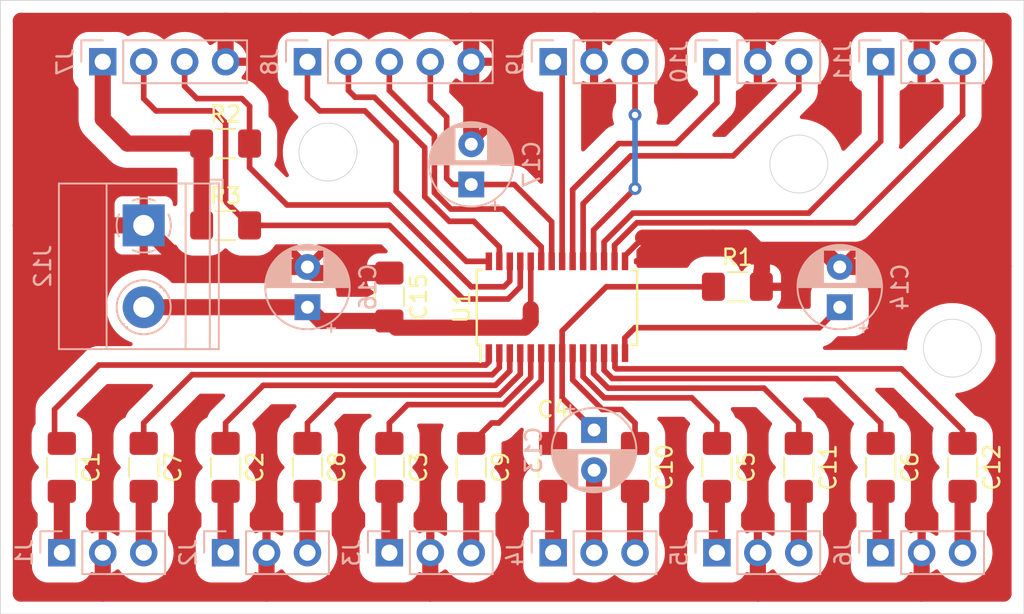
<source format=kicad_pcb>
(kicad_pcb (version 20221018) (generator pcbnew)
  (layers (0 "F.Cu" signal) (31 "B.Cu" signal) (34 "B.Paste" user) (35 "F.Paste" user) (36 "B.SilkS" user "B.Silkscreen") (37 "F.SilkS" user "F.Silkscreen") (38 "B.Mask" user) (39 "F.Mask" user) (44 "Edge.Cuts" user))
  (net 0 "")
  (net 1 "Net-(C1-Pad1)")
  (net 2 "Net-(C1-Pad2)")
  (net 3 "Net-(C2-Pad2)")
  (net 4 "Net-(C2-Pad1)")
  (net 5 "Net-(C3-Pad2)")
  (net 6 "Net-(C3-Pad1)")
  (net 7 "Net-(C4-Pad1)")
  (net 8 "Net-(C4-Pad2)")
  (net 9 "Net-(C5-Pad2)")
  (net 10 "Net-(C5-Pad1)")
  (net 11 "Net-(C6-Pad2)")
  (net 12 "Net-(C6-Pad1)")
  (net 13 "Net-(C7-Pad2)")
  (net 14 "Net-(C7-Pad1)")
  (net 15 "Net-(C8-Pad1)")
  (net 16 "Net-(C8-Pad2)")
  (net 17 "Net-(C9-Pad1)")
  (net 18 "Net-(C9-Pad2)")
  (net 19 "Net-(C10-Pad2)")
  (net 20 "Net-(C10-Pad1)")
  (net 21 "Net-(C11-Pad1)")
  (net 22 "Net-(C11-Pad2)")
  (net 23 "Net-(C12-Pad1)")
  (net 24 "Net-(C12-Pad2)")
  (net 25 "Net-(C13-Pad2)")
  (net 26 "Net-(C13-Pad1)")
  (net 27 "Net-(C14-Pad1)")
  (net 28 "GNDA")
  (net 29 "+9VA")
  (net 30 "Net-(C17-Pad1)")
  (net 31 "+5V")
  (net 32 "Net-(J7-Pad2)")
  (net 33 "Net-(J7-Pad3)")
  (net 34 "Net-(J8-Pad1)")
  (net 35 "Net-(J8-Pad2)")
  (net 36 "Net-(J8-Pad3)")
  (net 37 "Net-(J9-Pad1)")
  (net 38 "Net-(J9-Pad3)")
  (net 39 "Net-(J10-Pad3)")
  (net 40 "Net-(J10-Pad1)")
  (net 41 "Net-(J11-Pad3)")
  (net 42 "Net-(J11-Pad1)")
  (footprint "Capacitor_SMD:C_1206_3216Metric_Pad1.42x1.75mm_HandSolder" (layer "F.Cu") (at 43.18 103.9225 -90)
    (fp_text reference "C1" (at 0 -1.82 90) (layer "F.SilkS"))
    (fp_text value "0.22")
    (pad "1" smd roundrect (at -1.4875 0 270) (size 1.425 1.75) (layers "F.Cu" "F.Paste" "F.Mask") (roundrect_rratio 0.175439) (net 1 "Net-(C1-Pad1)"))
    (pad "2" smd roundrect (at 1.4875 0 270) (size 1.425 1.75) (layers "F.Cu" "F.Paste" "F.Mask") (roundrect_rratio 0.175439) (net 2 "Net-(C1-Pad2)"))
  )
  (footprint "Capacitor_SMD:C_1206_3216Metric_Pad1.42x1.75mm_HandSolder" (layer "F.Cu") (at 53.34 103.9225 -90)
    (fp_text reference "C2" (at 0 -1.82 90) (layer "F.SilkS"))
    (fp_text value "0.22")
    (pad "1" smd roundrect (at -1.4875 0 270) (size 1.425 1.75) (layers "F.Cu" "F.Paste" "F.Mask") (roundrect_rratio 0.175439) (net 4 "Net-(C2-Pad1)"))
    (pad "2" smd roundrect (at 1.4875 0 270) (size 1.425 1.75) (layers "F.Cu" "F.Paste" "F.Mask") (roundrect_rratio 0.175439) (net 3 "Net-(C2-Pad2)"))
  )
  (footprint "Capacitor_SMD:C_1206_3216Metric_Pad1.42x1.75mm_HandSolder" (layer "F.Cu") (at 63.5 103.9225 -90)
    (fp_text reference "C3" (at 0 -1.82 90) (layer "F.SilkS"))
    (fp_text value "0.22")
    (pad "1" smd roundrect (at -1.4875 0 270) (size 1.425 1.75) (layers "F.Cu" "F.Paste" "F.Mask") (roundrect_rratio 0.175439) (net 6 "Net-(C3-Pad1)"))
    (pad "2" smd roundrect (at 1.4875 0 270) (size 1.425 1.75) (layers "F.Cu" "F.Paste" "F.Mask") (roundrect_rratio 0.175439) (net 5 "Net-(C3-Pad2)"))
  )
  (footprint "Capacitor_SMD:C_1206_3216Metric_Pad1.42x1.75mm_HandSolder" (layer "F.Cu") (at 73.66 103.9225 -90)
    (fp_text reference "C4" (at -3.5925 0 180) (layer "F.SilkS"))
    (fp_text value "0.22")
    (pad "1" smd roundrect (at -1.4875 0 270) (size 1.425 1.75) (layers "F.Cu" "F.Paste" "F.Mask") (roundrect_rratio 0.175439) (net 7 "Net-(C4-Pad1)"))
    (pad "2" smd roundrect (at 1.4875 0 270) (size 1.425 1.75) (layers "F.Cu" "F.Paste" "F.Mask") (roundrect_rratio 0.175439) (net 8 "Net-(C4-Pad2)"))
  )
  (footprint "Capacitor_SMD:C_1206_3216Metric_Pad1.42x1.75mm_HandSolder" (layer "F.Cu") (at 83.82 103.9225 -90)
    (fp_text reference "C5" (at 0 -1.82 90) (layer "F.SilkS"))
    (fp_text value "0.22")
    (pad "1" smd roundrect (at -1.4875 0 270) (size 1.425 1.75) (layers "F.Cu" "F.Paste" "F.Mask") (roundrect_rratio 0.175439) (net 10 "Net-(C5-Pad1)"))
    (pad "2" smd roundrect (at 1.4875 0 270) (size 1.425 1.75) (layers "F.Cu" "F.Paste" "F.Mask") (roundrect_rratio 0.175439) (net 9 "Net-(C5-Pad2)"))
  )
  (footprint "Capacitor_SMD:C_1206_3216Metric_Pad1.42x1.75mm_HandSolder" (layer "F.Cu") (at 93.98 103.9225 -90)
    (fp_text reference "C6" (at 0 -1.82 90) (layer "F.SilkS"))
    (fp_text value "0.22")
    (pad "1" smd roundrect (at -1.4875 0 270) (size 1.425 1.75) (layers "F.Cu" "F.Paste" "F.Mask") (roundrect_rratio 0.175439) (net 12 "Net-(C6-Pad1)"))
    (pad "2" smd roundrect (at 1.4875 0 270) (size 1.425 1.75) (layers "F.Cu" "F.Paste" "F.Mask") (roundrect_rratio 0.175439) (net 11 "Net-(C6-Pad2)"))
  )
  (footprint "Capacitor_SMD:C_1206_3216Metric_Pad1.42x1.75mm_HandSolder" (layer "F.Cu") (at 48.26 103.9225 -90)
    (fp_text reference "C7" (at 0 -1.82 90) (layer "F.SilkS"))
    (fp_text value "0.22")
    (pad "1" smd roundrect (at -1.4875 0 270) (size 1.425 1.75) (layers "F.Cu" "F.Paste" "F.Mask") (roundrect_rratio 0.175439) (net 14 "Net-(C7-Pad1)"))
    (pad "2" smd roundrect (at 1.4875 0 270) (size 1.425 1.75) (layers "F.Cu" "F.Paste" "F.Mask") (roundrect_rratio 0.175439) (net 13 "Net-(C7-Pad2)"))
  )
  (footprint "Capacitor_SMD:C_1206_3216Metric_Pad1.42x1.75mm_HandSolder" (layer "F.Cu") (at 58.42 103.9225 -90)
    (fp_text reference "C8" (at 0 -1.82 90) (layer "F.SilkS"))
    (fp_text value "0.22")
    (pad "1" smd roundrect (at -1.4875 0 270) (size 1.425 1.75) (layers "F.Cu" "F.Paste" "F.Mask") (roundrect_rratio 0.175439) (net 15 "Net-(C8-Pad1)"))
    (pad "2" smd roundrect (at 1.4875 0 270) (size 1.425 1.75) (layers "F.Cu" "F.Paste" "F.Mask") (roundrect_rratio 0.175439) (net 16 "Net-(C8-Pad2)"))
  )
  (footprint "Capacitor_SMD:C_1206_3216Metric_Pad1.42x1.75mm_HandSolder" (layer "F.Cu") (at 68.58 103.9225 -90)
    (fp_text reference "C9" (at 0 -1.82 90) (layer "F.SilkS"))
    (fp_text value "0.22")
    (pad "1" smd roundrect (at -1.4875 0 270) (size 1.425 1.75) (layers "F.Cu" "F.Paste" "F.Mask") (roundrect_rratio 0.175439) (net 17 "Net-(C9-Pad1)"))
    (pad "2" smd roundrect (at 1.4875 0 270) (size 1.425 1.75) (layers "F.Cu" "F.Paste" "F.Mask") (roundrect_rratio 0.175439) (net 18 "Net-(C9-Pad2)"))
  )
  (footprint "Capacitor_SMD:C_1206_3216Metric_Pad1.42x1.75mm_HandSolder" (layer "F.Cu") (at 78.74 103.9225 -90)
    (fp_text reference "C10" (at 0 -1.82 90) (layer "F.SilkS"))
    (fp_text value "0.22")
    (pad "1" smd roundrect (at -1.4875 0 270) (size 1.425 1.75) (layers "F.Cu" "F.Paste" "F.Mask") (roundrect_rratio 0.175439) (net 20 "Net-(C10-Pad1)"))
    (pad "2" smd roundrect (at 1.4875 0 270) (size 1.425 1.75) (layers "F.Cu" "F.Paste" "F.Mask") (roundrect_rratio 0.175439) (net 19 "Net-(C10-Pad2)"))
  )
  (footprint "Capacitor_SMD:C_1206_3216Metric_Pad1.42x1.75mm_HandSolder" (layer "F.Cu") (at 88.9 103.9225 -90)
    (fp_text reference "C11" (at 0 -1.82 90) (layer "F.SilkS"))
    (fp_text value "0.22")
    (pad "1" smd roundrect (at -1.4875 0 270) (size 1.425 1.75) (layers "F.Cu" "F.Paste" "F.Mask") (roundrect_rratio 0.175439) (net 21 "Net-(C11-Pad1)"))
    (pad "2" smd roundrect (at 1.4875 0 270) (size 1.425 1.75) (layers "F.Cu" "F.Paste" "F.Mask") (roundrect_rratio 0.175439) (net 22 "Net-(C11-Pad2)"))
  )
  (footprint "Capacitor_SMD:C_1206_3216Metric_Pad1.42x1.75mm_HandSolder" (layer "F.Cu") (at 99.06 103.9225 -90)
    (fp_text reference "C12" (at 0 -1.82 90) (layer "F.SilkS"))
    (fp_text value "0.22")
    (pad "1" smd roundrect (at -1.4875 0 270) (size 1.425 1.75) (layers "F.Cu" "F.Paste" "F.Mask") (roundrect_rratio 0.175439) (net 23 "Net-(C12-Pad1)"))
    (pad "2" smd roundrect (at 1.4875 0 270) (size 1.425 1.75) (layers "F.Cu" "F.Paste" "F.Mask") (roundrect_rratio 0.175439) (net 24 "Net-(C12-Pad2)"))
  )
  (footprint "Capacitor_SMD:C_1206_3216Metric_Pad1.42x1.75mm_HandSolder" (layer "F.Cu") (at 63.5 93.345 -90)
    (fp_text reference "C15" (at 0 -1.82 90) (layer "F.SilkS"))
    (fp_text value "0.22")
    (pad "1" smd roundrect (at -1.4875 0 270) (size 1.425 1.75) (layers "F.Cu" "F.Paste" "F.Mask") (roundrect_rratio 0.175439) (net 28 "GNDA"))
    (pad "2" smd roundrect (at 1.4875 0 270) (size 1.425 1.75) (layers "F.Cu" "F.Paste" "F.Mask") (roundrect_rratio 0.175439) (net 29 "+9VA"))
  )
  (footprint "Resistor_SMD:R_1206_3216Metric_Pad1.42x1.75mm_HandSolder" (layer "F.Cu") (at 85.09 92.71)
    (fp_text reference "R1" (at 0 -1.82 180) (layer "F.SilkS"))
    (fp_text value "0")
    (pad "1" smd roundrect (at -1.4875 0) (size 1.425 1.75) (layers "F.Cu" "F.Paste" "F.Mask") (roundrect_rratio 0.175439) (net 26 "Net-(C13-Pad1)"))
    (pad "2" smd roundrect (at 1.4875 0) (size 1.425 1.75) (layers "F.Cu" "F.Paste" "F.Mask") (roundrect_rratio 0.175439) (net 28 "GNDA"))
  )
  (footprint "Resistor_SMD:R_1206_3216Metric_Pad1.42x1.75mm_HandSolder" (layer "F.Cu") (at 53.34 83.82)
    (fp_text reference "R2" (at 0 -1.82) (layer "F.SilkS"))
    (fp_text value "R")
    (pad "1" smd roundrect (at -1.4875 0) (size 1.425 1.75) (layers "F.Cu" "F.Paste" "F.Mask") (roundrect_rratio 0.175439) (net 31 "+5V"))
    (pad "2" smd roundrect (at 1.4875 0) (size 1.425 1.75) (layers "F.Cu" "F.Paste" "F.Mask") (roundrect_rratio 0.175439) (net 33 "Net-(J7-Pad3)"))
  )
  (footprint "Resistor_SMD:R_1206_3216Metric_Pad1.42x1.75mm_HandSolder" (layer "F.Cu") (at 53.34 88.9)
    (fp_text reference "R3" (at 0 -1.82) (layer "F.SilkS"))
    (fp_text value "R")
    (pad "1" smd roundrect (at -1.4875 0) (size 1.425 1.75) (layers "F.Cu" "F.Paste" "F.Mask") (roundrect_rratio 0.175439) (net 31 "+5V"))
    (pad "2" smd roundrect (at 1.4875 0) (size 1.425 1.75) (layers "F.Cu" "F.Paste" "F.Mask") (roundrect_rratio 0.175439) (net 32 "Net-(J7-Pad2)"))
  )
  (footprint "Package_SO:TSSOP-28_4.4x9.7mm_P0.65mm" (layer "F.Cu") (at 73.895 93.98 90)
    (fp_text reference "U1" (at 0 -5.9 90) (layer "F.SilkS"))
    (fp_text value "TDA7719")
    (pad "1" smd rect (at -2.85 -4.225 90) (size 1.1 0.4) (layers "F.Cu" "F.Paste" "F.Mask") (net 1 "Net-(C1-Pad1)"))
    (pad "2" smd rect (at -2.85 -3.575 90) (size 1.1 0.4) (layers "F.Cu" "F.Paste" "F.Mask") (net 14 "Net-(C7-Pad1)"))
    (pad "3" smd rect (at -2.85 -2.925 90) (size 1.1 0.4) (layers "F.Cu" "F.Paste" "F.Mask") (net 4 "Net-(C2-Pad1)"))
    (pad "4" smd rect (at -2.85 -2.275 90) (size 1.1 0.4) (layers "F.Cu" "F.Paste" "F.Mask") (net 15 "Net-(C8-Pad1)"))
    (pad "5" smd rect (at -2.85 -1.625 90) (size 1.1 0.4) (layers "F.Cu" "F.Paste" "F.Mask") (net 6 "Net-(C3-Pad1)"))
    (pad "6" smd rect (at -2.85 -0.975 90) (size 1.1 0.4) (layers "F.Cu" "F.Paste" "F.Mask") (net 17 "Net-(C9-Pad1)"))
    (pad "7" smd rect (at -2.85 -0.325 90) (size 1.1 0.4) (layers "F.Cu" "F.Paste" "F.Mask") (net 7 "Net-(C4-Pad1)"))
    (pad "8" smd rect (at -2.85 0.325 90) (size 1.1 0.4) (layers "F.Cu" "F.Paste" "F.Mask") (net 26 "Net-(C13-Pad1)"))
    (pad "9" smd rect (at -2.85 0.975 90) (size 1.1 0.4) (layers "F.Cu" "F.Paste" "F.Mask") (net 20 "Net-(C10-Pad1)"))
    (pad "10" smd rect (at -2.85 1.625 90) (size 1.1 0.4) (layers "F.Cu" "F.Paste" "F.Mask") (net 10 "Net-(C5-Pad1)"))
    (pad "11" smd rect (at -2.85 2.275 90) (size 1.1 0.4) (layers "F.Cu" "F.Paste" "F.Mask") (net 21 "Net-(C11-Pad1)"))
    (pad "12" smd rect (at -2.85 2.925 90) (size 1.1 0.4) (layers "F.Cu" "F.Paste" "F.Mask") (net 12 "Net-(C6-Pad1)"))
    (pad "13" smd rect (at -2.85 3.575 90) (size 1.1 0.4) (layers "F.Cu" "F.Paste" "F.Mask") (net 23 "Net-(C12-Pad1)"))
    (pad "14" smd rect (at -2.85 4.225 90) (size 1.1 0.4) (layers "F.Cu" "F.Paste" "F.Mask") (net 27 "Net-(C14-Pad1)"))
    (pad "15" smd rect (at 2.85 4.225 90) (size 1.1 0.4) (layers "F.Cu" "F.Paste" "F.Mask") (net 28 "GNDA"))
    (pad "16" smd rect (at 2.85 3.575 90) (size 1.1 0.4) (layers "F.Cu" "F.Paste" "F.Mask") (net 41 "Net-(J11-Pad3)"))
    (pad "17" smd rect (at 2.85 2.925 90) (size 1.1 0.4) (layers "F.Cu" "F.Paste" "F.Mask") (net 42 "Net-(J11-Pad1)"))
    (pad "18" smd rect (at 2.85 2.275 90) (size 1.1 0.4) (layers "F.Cu" "F.Paste" "F.Mask") (net 38 "Net-(J9-Pad3)"))
    (pad "19" smd rect (at 2.85 1.625 90) (size 1.1 0.4) (layers "F.Cu" "F.Paste" "F.Mask") (net 39 "Net-(J10-Pad3)"))
    (pad "20" smd rect (at 2.85 0.975 90) (size 1.1 0.4) (layers "F.Cu" "F.Paste" "F.Mask") (net 40 "Net-(J10-Pad1)"))
    (pad "21" smd rect (at 2.85 0.325 90) (size 1.1 0.4) (layers "F.Cu" "F.Paste" "F.Mask") (net 37 "Net-(J9-Pad1)"))
    (pad "22" smd rect (at 2.85 -0.325 90) (size 1.1 0.4) (layers "F.Cu" "F.Paste" "F.Mask") (net 30 "Net-(C17-Pad1)"))
    (pad "23" smd rect (at 2.85 -0.975 90) (size 1.1 0.4) (layers "F.Cu" "F.Paste" "F.Mask") (net 36 "Net-(J8-Pad3)"))
    (pad "24" smd rect (at 2.85 -1.625 90) (size 1.1 0.4) (layers "F.Cu" "F.Paste" "F.Mask") (net 29 "+9VA"))
    (pad "25" smd rect (at 2.85 -2.275 90) (size 1.1 0.4) (layers "F.Cu" "F.Paste" "F.Mask") (net 32 "Net-(J7-Pad2)"))
    (pad "26" smd rect (at 2.85 -2.925 90) (size 1.1 0.4) (layers "F.Cu" "F.Paste" "F.Mask") (net 33 "Net-(J7-Pad3)"))
    (pad "27" smd rect (at 2.85 -3.575 90) (size 1.1 0.4) (layers "F.Cu" "F.Paste" "F.Mask") (net 35 "Net-(J8-Pad2)"))
    (pad "28" smd rect (at 2.85 -4.225 90) (size 1.1 0.4) (layers "F.Cu" "F.Paste" "F.Mask") (net 34 "Net-(J8-Pad1)"))
  )
  (footprint "Capacitor_THT:CP_Radial_D5.0mm_P2.50mm" (layer "B.Cu") (at 76.2 101.6 -90)
    (fp_text reference "C13" (at 1.25 3.75 90) (layer "B.SilkS") (effects (justify mirror)))
    (fp_text value "22.0")
    (pad "1" thru_hole rect (at 0 0 270) (size 1.6 1.6) (drill 0.8) (layers "*.Cu" "*.Mask") (net 26 "Net-(C13-Pad1)"))
    (pad "2" thru_hole circle (at 2.5 0 270) (size 1.6 1.6) (drill 0.8) (layers "*.Cu" "*.Mask") (net 25 "Net-(C13-Pad2)"))
  )
  (footprint "Capacitor_THT:CP_Radial_D5.0mm_P2.50mm" (layer "B.Cu") (at 91.44 93.98 90)
    (fp_text reference "C14" (at 1.25 3.75 90) (layer "B.SilkS") (effects (justify mirror)))
    (fp_text value "10.0")
    (pad "1" thru_hole rect (at 0 0 90) (size 1.6 1.6) (drill 0.8) (layers "*.Cu" "*.Mask") (net 27 "Net-(C14-Pad1)"))
    (pad "2" thru_hole circle (at 2.5 0 90) (size 1.6 1.6) (drill 0.8) (layers "*.Cu" "*.Mask") (net 28 "GNDA"))
  )
  (footprint "Capacitor_THT:CP_Radial_D5.0mm_P2.50mm" (layer "B.Cu") (at 58.42 93.98 90)
    (fp_text reference "C16" (at 1.25 3.75 90) (layer "B.SilkS") (effects (justify mirror)))
    (fp_text value "47.0")
    (pad "1" thru_hole rect (at 0 0 90) (size 1.6 1.6) (drill 0.8) (layers "*.Cu" "*.Mask") (net 29 "+9VA"))
    (pad "2" thru_hole circle (at 2.5 0 90) (size 1.6 1.6) (drill 0.8) (layers "*.Cu" "*.Mask") (net 28 "GNDA"))
  )
  (footprint "Capacitor_THT:CP_Radial_D5.0mm_P2.50mm" (layer "B.Cu") (at 68.58 86.36 90)
    (fp_text reference "C17" (at 1.25 3.75 90) (layer "B.SilkS") (effects (justify mirror)))
    (fp_text value "10.0")
    (pad "1" thru_hole rect (at 0 0 90) (size 1.6 1.6) (drill 0.8) (layers "*.Cu" "*.Mask") (net 30 "Net-(C17-Pad1)"))
    (pad "2" thru_hole circle (at 2.5 0 90) (size 1.6 1.6) (drill 0.8) (layers "*.Cu" "*.Mask") (net 28 "GNDA"))
  )
  (footprint "Connector_PinHeader_2.54mm:PinHeader_1x03_P2.54mm_Vertical" (layer "B.Cu") (at 43.18 109.22 -90)
    (fp_text reference "J1" (at 0 2.33 90) (layer "B.SilkS") (effects (justify mirror)))
    (fp_text value "IN0")
    (pad "1" thru_hole rect (at 0 0 270) (size 1.7 1.7) (drill 1) (layers "*.Cu" "*.Mask") (net 2 "Net-(C1-Pad2)"))
    (pad "2" thru_hole oval (at 0 -2.54 270) (size 1.7 1.7) (drill 1) (layers "*.Cu" "*.Mask") (net 28 "GNDA"))
    (pad "3" thru_hole oval (at 0 -5.08 270) (size 1.7 1.7) (drill 1) (layers "*.Cu" "*.Mask") (net 13 "Net-(C7-Pad2)"))
  )
  (footprint "Connector_PinHeader_2.54mm:PinHeader_1x03_P2.54mm_Vertical" (layer "B.Cu") (at 53.34 109.22 -90)
    (fp_text reference "J2" (at 0 2.33 90) (layer "B.SilkS") (effects (justify mirror)))
    (fp_text value "IN4")
    (pad "1" thru_hole rect (at 0 0 270) (size 1.7 1.7) (drill 1) (layers "*.Cu" "*.Mask") (net 3 "Net-(C2-Pad2)"))
    (pad "2" thru_hole oval (at 0 -2.54 270) (size 1.7 1.7) (drill 1) (layers "*.Cu" "*.Mask") (net 28 "GNDA"))
    (pad "3" thru_hole oval (at 0 -5.08 270) (size 1.7 1.7) (drill 1) (layers "*.Cu" "*.Mask") (net 16 "Net-(C8-Pad2)"))
  )
  (footprint "Connector_PinHeader_2.54mm:PinHeader_1x03_P2.54mm_Vertical" (layer "B.Cu") (at 63.5 109.22 -90)
    (fp_text reference "J3" (at 0 2.33 90) (layer "B.SilkS") (effects (justify mirror)))
    (fp_text value "IN1")
    (pad "1" thru_hole rect (at 0 0 270) (size 1.7 1.7) (drill 1) (layers "*.Cu" "*.Mask") (net 5 "Net-(C3-Pad2)"))
    (pad "2" thru_hole oval (at 0 -2.54 270) (size 1.7 1.7) (drill 1) (layers "*.Cu" "*.Mask") (net 28 "GNDA"))
    (pad "3" thru_hole oval (at 0 -5.08 270) (size 1.7 1.7) (drill 1) (layers "*.Cu" "*.Mask") (net 18 "Net-(C9-Pad2)"))
  )
  (footprint "Connector_PinHeader_2.54mm:PinHeader_1x03_P2.54mm_Vertical" (layer "B.Cu") (at 73.66 109.22 -90)
    (fp_text reference "J4" (at 0 2.33 90) (layer "B.SilkS") (effects (justify mirror)))
    (fp_text value "IN2")
    (pad "1" thru_hole rect (at 0 0 270) (size 1.7 1.7) (drill 1) (layers "*.Cu" "*.Mask") (net 8 "Net-(C4-Pad2)"))
    (pad "2" thru_hole oval (at 0 -2.54 270) (size 1.7 1.7) (drill 1) (layers "*.Cu" "*.Mask") (net 25 "Net-(C13-Pad2)"))
    (pad "3" thru_hole oval (at 0 -5.08 270) (size 1.7 1.7) (drill 1) (layers "*.Cu" "*.Mask") (net 19 "Net-(C10-Pad2)"))
  )
  (footprint "Connector_PinHeader_2.54mm:PinHeader_1x03_P2.54mm_Vertical" (layer "B.Cu") (at 83.82 109.22 -90)
    (fp_text reference "J5" (at 0 2.33 90) (layer "B.SilkS") (effects (justify mirror)))
    (fp_text value "IN5")
    (pad "1" thru_hole rect (at 0 0 270) (size 1.7 1.7) (drill 1) (layers "*.Cu" "*.Mask") (net 9 "Net-(C5-Pad2)"))
    (pad "2" thru_hole oval (at 0 -2.54 270) (size 1.7 1.7) (drill 1) (layers "*.Cu" "*.Mask") (net 28 "GNDA"))
    (pad "3" thru_hole oval (at 0 -5.08 270) (size 1.7 1.7) (drill 1) (layers "*.Cu" "*.Mask") (net 22 "Net-(C11-Pad2)"))
  )
  (footprint "Connector_PinHeader_2.54mm:PinHeader_1x03_P2.54mm_Vertical" (layer "B.Cu") (at 93.98 109.22 -90)
    (fp_text reference "J6" (at 0 2.33 90) (layer "B.SilkS") (effects (justify mirror)))
    (fp_text value "IN6")
    (pad "1" thru_hole rect (at 0 0 270) (size 1.7 1.7) (drill 1) (layers "*.Cu" "*.Mask") (net 11 "Net-(C6-Pad2)"))
    (pad "2" thru_hole oval (at 0 -2.54 270) (size 1.7 1.7) (drill 1) (layers "*.Cu" "*.Mask") (net 28 "GNDA"))
    (pad "3" thru_hole oval (at 0 -5.08 270) (size 1.7 1.7) (drill 1) (layers "*.Cu" "*.Mask") (net 24 "Net-(C12-Pad2)"))
  )
  (footprint "Connector_PinHeader_2.54mm:PinHeader_1x04_P2.54mm_Vertical" (layer "B.Cu") (at 45.72 78.74 -90)
    (fp_text reference "J7" (at 0 2.33 90) (layer "B.SilkS") (effects (justify mirror)))
    (fp_text value "I2C")
    (pad "1" thru_hole rect (at 0 0 270) (size 1.7 1.7) (drill 1) (layers "*.Cu" "*.Mask") (net 31 "+5V"))
    (pad "2" thru_hole oval (at 0 -2.54 270) (size 1.7 1.7) (drill 1) (layers "*.Cu" "*.Mask") (net 32 "Net-(J7-Pad2)"))
    (pad "3" thru_hole oval (at 0 -5.08 270) (size 1.7 1.7) (drill 1) (layers "*.Cu" "*.Mask") (net 33 "Net-(J7-Pad3)"))
    (pad "4" thru_hole oval (at 0 -7.62 270) (size 1.7 1.7) (drill 1) (layers "*.Cu" "*.Mask") (net 28 "GNDA"))
  )
  (footprint "Connector_PinHeader_2.54mm:PinHeader_1x05_P2.54mm_Vertical" (layer "B.Cu") (at 58.42 78.74 -90)
    (fp_text reference "J8" (at 0 2.33 90) (layer "B.SilkS") (effects (justify mirror)))
    (fp_text value "MUTE")
    (pad "1" thru_hole rect (at 0 0 270) (size 1.7 1.7) (drill 1) (layers "*.Cu" "*.Mask") (net 34 "Net-(J8-Pad1)"))
    (pad "2" thru_hole oval (at 0 -2.54 270) (size 1.7 1.7) (drill 1) (layers "*.Cu" "*.Mask") (net 35 "Net-(J8-Pad2)"))
    (pad "3" thru_hole oval (at 0 -5.08 270) (size 1.7 1.7) (drill 1) (layers "*.Cu" "*.Mask") (net 36 "Net-(J8-Pad3)"))
    (pad "4" thru_hole oval (at 0 -7.62 270) (size 1.7 1.7) (drill 1) (layers "*.Cu" "*.Mask") (net 30 "Net-(C17-Pad1)"))
    (pad "5" thru_hole oval (at 0 -10.16 270) (size 1.7 1.7) (drill 1) (layers "*.Cu" "*.Mask") (net 28 "GNDA"))
  )
  (footprint "Connector_PinHeader_2.54mm:PinHeader_1x03_P2.54mm_Vertical" (layer "B.Cu") (at 73.66 78.74 -90)
    (fp_text reference "J9" (at 0 2.33 90) (layer "B.SilkS") (effects (justify mirror)))
    (fp_text value "FRONT")
    (pad "1" thru_hole rect (at 0 0 270) (size 1.7 1.7) (drill 1) (layers "*.Cu" "*.Mask") (net 37 "Net-(J9-Pad1)"))
    (pad "2" thru_hole oval (at 0 -2.54 270) (size 1.7 1.7) (drill 1) (layers "*.Cu" "*.Mask") (net 28 "GNDA"))
    (pad "3" thru_hole oval (at 0 -5.08 270) (size 1.7 1.7) (drill 1) (layers "*.Cu" "*.Mask") (net 38 "Net-(J9-Pad3)"))
  )
  (footprint "Connector_PinHeader_2.54mm:PinHeader_1x03_P2.54mm_Vertical" (layer "B.Cu") (at 83.82 78.74 -90)
    (fp_text reference "J10" (at 0 2.33 90) (layer "B.SilkS") (effects (justify mirror)))
    (fp_text value "REAR")
    (pad "1" thru_hole rect (at 0 0 270) (size 1.7 1.7) (drill 1) (layers "*.Cu" "*.Mask") (net 40 "Net-(J10-Pad1)"))
    (pad "2" thru_hole oval (at 0 -2.54 270) (size 1.7 1.7) (drill 1) (layers "*.Cu" "*.Mask") (net 28 "GNDA"))
    (pad "3" thru_hole oval (at 0 -5.08 270) (size 1.7 1.7) (drill 1) (layers "*.Cu" "*.Mask") (net 39 "Net-(J10-Pad3)"))
  )
  (footprint "Connector_PinHeader_2.54mm:PinHeader_1x03_P2.54mm_Vertical" (layer "B.Cu") (at 93.98 78.74 -90)
    (fp_text reference "J11" (at 0 2.33 90) (layer "B.SilkS") (effects (justify mirror)))
    (fp_text value "SUB")
    (pad "1" thru_hole rect (at 0 0 270) (size 1.7 1.7) (drill 1) (layers "*.Cu" "*.Mask") (net 42 "Net-(J11-Pad1)"))
    (pad "2" thru_hole oval (at 0 -2.54 270) (size 1.7 1.7) (drill 1) (layers "*.Cu" "*.Mask") (net 28 "GNDA"))
    (pad "3" thru_hole oval (at 0 -5.08 270) (size 1.7 1.7) (drill 1) (layers "*.Cu" "*.Mask") (net 41 "Net-(J11-Pad3)"))
  )
  (footprint "TerminalBlock_Phoenix:TerminalBlock_Phoenix_MKDS-1,5-2-5.08_1x02_P5.08mm_Horizontal" (layer "B.Cu") (at 48.26 88.9 -90)
    (fp_text reference "J12" (at 2.54 6.26 90) (layer "B.SilkS") (effects (justify mirror)))
    (fp_text value "PWR")
    (pad "1" thru_hole rect (at 0 0 270) (size 2.6 2.6) (drill 1.3) (layers "*.Cu" "*.Mask") (net 28 "GNDA"))
    (pad "2" thru_hole circle (at 5.08 0 270) (size 2.6 2.6) (drill 1.3) (layers "*.Cu" "*.Mask") (net 29 "+9VA"))
  )
  (gr_line (start 39.37 74.93) (end 39.37 113.03) (stroke (width 0.05)) (layer "Edge.Cuts"))
  (gr_line (start 39.37 113.03) (end 102.87 113.03) (stroke (width 0.05)) (layer "Edge.Cuts"))
  (gr_circle (center 88.9 85.09) (end 90.17 83.82) (stroke (width 0.05)) (fill none) (layer "Edge.Cuts"))
  (gr_circle (center 59.69 84.346051) (end 58.42 83.076051) (stroke (width 0.05)) (fill none) (layer "Edge.Cuts"))
  (gr_circle (center 98.425 96.52) (end 99.695 95.25) (stroke (width 0.05)) (fill none) (layer "Edge.Cuts"))
  (gr_line (start 102.87 113.03) (end 102.87 74.93) (stroke (width 0.05)) (layer "Edge.Cuts"))
  (gr_line (start 102.87 74.93) (end 39.37 74.93) (stroke (width 0.05)) (layer "Edge.Cuts"))
  (segment (start 69.479999 97.570001) (end 45.479999 97.570001) (width 0.35) (layer "F.Cu") (net 1))
  (segment (start 42.73 100.32) (end 42.73 102.435) (width 0.35) (layer "F.Cu") (net 1))
  (segment (start 45.479999 97.570001) (end 42.73 100.32) (width 0.35) (layer "F.Cu") (net 1))
  (segment (start 69.67 96.83) (end 69.67 97.38) (width 0.35) (layer "F.Cu") (net 1))
  (segment (start 69.67 97.38) (end 69.479999 97.570001) (width 0.35) (layer "F.Cu") (net 1))
  (segment (start 43.18 105.41) (end 43.18 109.22) (width 1) (layer "F.Cu") (net 2))
  (segment (start 53.34 105.41) (end 53.34 109.22) (width 1) (layer "F.Cu") (net 3))
  (segment (start 70.97 96.83) (end 70.97 97.94) (width 0.35) (layer "F.Cu") (net 4))
  (segment (start 55.677532 98.827468) (end 53.34 101.165) (width 0.35) (layer "F.Cu") (net 4))
  (segment (start 53.34 101.165) (end 53.34 102.435) (width 0.35) (layer "F.Cu") (net 4))
  (segment (start 70.97 97.94) (end 70.08253 98.827468) (width 0.35) (layer "F.Cu") (net 4))
  (segment (start 70.08253 98.827468) (end 55.677532 98.827468) (width 0.35) (layer "F.Cu") (net 4))
  (segment (start 63.5 105.41) (end 63.5 109.22) (width 1) (layer "F.Cu") (net 5))
  (segment (start 72.27 96.83) (end 72.27 98.337085) (width 0.35) (layer "F.Cu") (net 6))
  (segment (start 64.63751 100.02749) (end 63.5 101.165) (width 0.35) (layer "F.Cu") (net 6))
  (segment (start 63.5 101.165) (end 63.5 102.435) (width 0.35) (layer "F.Cu") (net 6))
  (segment (start 72.27 98.337085) (end 70.579594 100.02749) (width 0.35) (layer "F.Cu") (net 6))
  (segment (start 70.579594 100.02749) (end 64.63751 100.02749) (width 0.35) (layer "F.Cu") (net 6))
  (segment (start 73.57 102.345) (end 73.66 102.435) (width 0.35) (layer "F.Cu") (net 7))
  (segment (start 73.57 96.83) (end 73.57 102.345) (width 0.35) (layer "F.Cu") (net 7))
  (segment (start 73.66 105.41) (end 73.66 109.22) (width 1) (layer "F.Cu") (net 8))
  (segment (start 83.82 105.41) (end 83.82 109.22) (width 1) (layer "F.Cu") (net 9))
  (segment (start 82.260034 99.605034) (end 83.82 101.165) (width 0.35) (layer "F.Cu") (net 10))
  (segment (start 75.52 98.290631) (end 76.834403 99.605034) (width 0.35) (layer "F.Cu") (net 10))
  (segment (start 75.52 96.83) (end 75.52 98.290631) (width 0.35) (layer "F.Cu") (net 10))
  (segment (start 83.82 101.165) (end 83.82 102.435) (width 0.35) (layer "F.Cu") (net 10))
  (segment (start 76.834403 99.605034) (end 82.260034 99.605034) (width 0.35) (layer "F.Cu") (net 10))
  (segment (start 93.98 105.41) (end 93.98 109.22) (width 1) (layer "F.Cu") (net 11))
  (segment (start 77.331467 98.405012) (end 91.220012 98.405012) (width 0.35) (layer "F.Cu") (net 12))
  (segment (start 91.220012 98.405012) (end 93.98 101.165) (width 0.35) (layer "F.Cu") (net 12))
  (segment (start 76.82 96.83) (end 76.82 97.893545) (width 0.35) (layer "F.Cu") (net 12))
  (segment (start 76.82 97.893545) (end 77.331467 98.405012) (width 0.35) (layer "F.Cu") (net 12))
  (segment (start 93.98 101.165) (end 93.98 102.435) (width 0.35) (layer "F.Cu") (net 12))
  (segment (start 48.26 105.41) (end 48.26 109.22) (width 1) (layer "F.Cu") (net 13))
  (segment (start 69.879989 98.170011) (end 51.254989 98.170011) (width 0.35) (layer "F.Cu") (net 14))
  (segment (start 51.254989 98.170011) (end 48.26 101.165) (width 0.35) (layer "F.Cu") (net 14))
  (segment (start 70.32 96.83) (end 70.32 97.73) (width 0.35) (layer "F.Cu") (net 14))
  (segment (start 48.26 101.165) (end 48.26 102.435) (width 0.35) (layer "F.Cu") (net 14))
  (segment (start 70.32 97.73) (end 69.879989 98.170011) (width 0.35) (layer "F.Cu") (net 14))
  (segment (start 58.42 101.165) (end 58.42 102.435) (width 0.35) (layer "F.Cu") (net 15))
  (segment (start 60.157521 99.427479) (end 58.42 101.165) (width 0.35) (layer "F.Cu") (net 15))
  (segment (start 71.62 98.138542) (end 70.331062 99.427479) (width 0.35) (layer "F.Cu") (net 15))
  (segment (start 70.331062 99.427479) (end 60.157521 99.427479) (width 0.35) (layer "F.Cu") (net 15))
  (segment (start 71.62 96.83) (end 71.62 98.138542) (width 0.35) (layer "F.Cu") (net 15))
  (segment (start 58.42 105.41) (end 58.42 109.22) (width 1) (layer "F.Cu") (net 16))
  (segment (start 69.85 101.165) (end 68.58 102.435) (width 0.35) (layer "F.Cu") (net 17))
  (segment (start 72.92 96.83) (end 72.92 98.535629) (width 0.35) (layer "F.Cu") (net 17))
  (segment (start 70.290629 101.165) (end 69.85 101.165) (width 0.35) (layer "F.Cu") (net 17))
  (segment (start 72.92 98.535629) (end 70.290629 101.165) (width 0.35) (layer "F.Cu") (net 17))
  (segment (start 68.58 105.41) (end 68.58 109.22) (width 1) (layer "F.Cu") (net 18))
  (segment (start 78.74 105.41) (end 78.74 109.22) (width 1) (layer "F.Cu") (net 19))
  (segment (start 74.87 96.83) (end 74.87 98.489174) (width 0.35) (layer "F.Cu") (net 20))
  (segment (start 76.710826 100.33) (end 77.905 100.33) (width 0.35) (layer "F.Cu") (net 20))
  (segment (start 77.905 100.33) (end 78.74 101.165) (width 0.35) (layer "F.Cu") (net 20))
  (segment (start 74.87 98.489174) (end 76.710826 100.33) (width 0.35) (layer "F.Cu") (net 20))
  (segment (start 78.74 101.165) (end 78.74 102.435) (width 0.35) (layer "F.Cu") (net 20))
  (segment (start 86.740023 99.005023) (end 88.9 101.165) (width 0.35) (layer "F.Cu") (net 21))
  (segment (start 76.17 98.092088) (end 77.082935 99.005023) (width 0.35) (layer "F.Cu") (net 21))
  (segment (start 77.082935 99.005023) (end 86.740023 99.005023) (width 0.35) (layer "F.Cu") (net 21))
  (segment (start 76.17 96.83) (end 76.17 98.092088) (width 0.35) (layer "F.Cu") (net 21))
  (segment (start 88.9 101.165) (end 88.9 102.435) (width 0.35) (layer "F.Cu") (net 21))
  (segment (start 88.9 105.41) (end 88.9 109.22) (width 1) (layer "F.Cu") (net 22))
  (segment (start 77.47 96.83) (end 77.494999 96.83) (width 0.35) (layer "F.Cu") (net 23))
  (segment (start 77.579999 97.805001) (end 95.265001 97.805001) (width 0.35) (layer "F.Cu") (net 23))
  (segment (start 77.494999 97.720001) (end 77.579999 97.805001) (width 0.35) (layer "F.Cu") (net 23))
  (segment (start 77.494999 96.83) (end 77.494999 97.720001) (width 0.35) (layer "F.Cu") (net 23))
  (segment (start 99.06 101.6) (end 99.06 102.435) (width 0.35) (layer "F.Cu") (net 23))
  (segment (start 95.265001 97.805001) (end 99.06 101.6) (width 0.35) (layer "F.Cu") (net 23))
  (segment (start 99.06 105.41) (end 99.06 109.22) (width 1) (layer "F.Cu") (net 24))
  (segment (start 76.2 109.22) (end 76.2 104.1) (width 1) (layer "F.Cu") (net 25))
  (segment (start 74.22 95.452) (end 74.22 96.83) (width 0.35) (layer "F.Cu") (net 26))
  (segment (start 74.22 99.62) (end 76.2 101.6) (width 0.35) (layer "F.Cu") (net 26))
  (segment (start 76.962 92.71) (end 74.22 95.452) (width 0.35) (layer "F.Cu") (net 26))
  (segment (start 74.22 96.83) (end 74.22 99.62) (width 0.35) (layer "F.Cu") (net 26))
  (segment (start 83.6025 92.71) (end 76.962 92.71) (width 0.35) (layer "F.Cu") (net 26))
  (segment (start 78.105 96.465) (end 78.105 95.885) (width 0.35) (layer "F.Cu") (net 27))
  (segment (start 78.105 95.885) (end 78.74 95.25) (width 0.35) (layer "F.Cu") (net 27))
  (segment (start 78.12 96.83) (end 78.12 96.48) (width 0.35) (layer "F.Cu") (net 27))
  (segment (start 90.17 95.25) (end 91.44 93.98) (width 0.35) (layer "F.Cu") (net 27))
  (segment (start 78.74 95.25) (end 90.17 95.25) (width 0.35) (layer "F.Cu") (net 27))
  (segment (start 78.12 96.48) (end 78.105 96.465) (width 0.35) (layer "F.Cu") (net 27))
  (segment (start 86.5775 91.735) (end 86.614 91.6985) (width 1) (layer "F.Cu") (net 28))
  (segment (start 76.2 76.2) (end 68.58 76.2) (width 1) (layer "F.Cu") (net 28))
  (segment (start 55.88 111.76) (end 45.72 111.76) (width 1) (layer "F.Cu") (net 28))
  (segment (start 101.6 76.2) (end 96.52 76.2) (width 1) (layer "F.Cu") (net 28))
  (segment (start 45.72 111.76) (end 40.64 111.76) (width 1) (layer "F.Cu") (net 28))
  (segment (start 86.36 109.22) (end 86.36 111.76) (width 1) (layer "F.Cu") (net 28))
  (segment (start 58.7975 91.8575) (end 58.42 91.48) (width 1) (layer "F.Cu") (net 28))
  (segment (start 85.598 89.662) (end 83.5295 89.662) (width 1) (layer "F.Cu") (net 28))
  (segment (start 96.52 111.76) (end 101.6 111.76) (width 1) (layer "F.Cu") (net 28))
  (segment (start 53.34 78.74) (end 53.34 76.2) (width 1) (layer "F.Cu") (net 28))
  (segment (start 86.36 76.2) (end 86.36 78.74) (width 1) (layer "F.Cu") (net 28))
  (segment (start 68.58 78.74) (end 68.58 76.2) (width 1) (layer "F.Cu") (net 28))
  (segment (start 96.52 76.2) (end 86.36 76.2) (width 1) (layer "F.Cu") (net 28))
  (segment (start 66.04 109.22) (end 66.04 111.76) (width 1) (layer "F.Cu") (net 28))
  (segment (start 53.34 76.2) (end 40.64 76.2) (width 1) (layer "F.Cu") (net 28))
  (segment (start 76.2 76.2) (end 76.2 78.74) (width 1) (layer "F.Cu") (net 28))
  (segment (start 66.04 111.76) (end 55.88 111.76) (width 1) (layer "F.Cu") (net 28))
  (segment (start 45.72 111.76) (end 45.72 109.22) (width 1) (layer "F.Cu") (net 28))
  (segment (start 96.52 111.76) (end 66.04 111.76) (width 1) (layer "F.Cu") (net 28))
  (segment (start 86.5775 92.71) (end 86.5775 91.735) (width 1) (layer "F.Cu") (net 28))
  (segment (start 40.64 76.2) (end 40.64 88.9) (width 1) (layer "F.Cu") (net 28))
  (segment (start 96.52 76.2) (end 96.52 78.74) (width 1) (layer "F.Cu") (net 28))
  (segment (start 58.42 91.48) (end 50.84 91.48) (width 1) (layer "F.Cu") (net 28))
  (segment (start 63.5 91.8575) (end 58.7975 91.8575) (width 1) (layer "F.Cu") (net 28))
  (segment (start 86.36 76.2) (end 76.2 76.2) (width 1) (layer "F.Cu") (net 28))
  (segment (start 86.614 91.6985) (end 86.614 90.678) (width 1) (layer "F.Cu") (net 28))
  (segment (start 96.52 109.22) (end 96.52 111.76) (width 1) (layer "F.Cu") (net 28))
  (segment (start 40.64 88.9) (end 48.26 88.9) (width 1) (layer "F.Cu") (net 28))
  (segment (start 68.58 83.86) (end 68.58 78.74) (width 1) (layer "F.Cu") (net 28))
  (segment (start 57.909998 76.2) (end 53.34 76.2) (width 1) (layer "F.Cu") (net 28))
  (segment (start 40.64 111.76) (end 40.64 88.9) (width 1) (layer "F.Cu") (net 28))
  (segment (start 83.5295 89.662) (end 79.238 89.662) (width 1) (layer "F.Cu") (net 28))
  (segment (start 55.88 109.22) (end 55.88 111.76) (width 1) (layer "F.Cu") (net 28))
  (segment (start 78.12 91.13) (end 78.12 90.78) (width 0.35) (layer "F.Cu") (net 28))
  (segment (start 78.12 90.78) (end 79.238 89.662) (width 0.35) (layer "F.Cu") (net 28))
  (segment (start 90.638 90.678) (end 91.44 91.48) (width 1) (layer "F.Cu") (net 28))
  (segment (start 68.58 76.2) (end 57.909998 76.2) (width 1) (layer "F.Cu") (net 28))
  (segment (start 91.44 91.48) (end 101.56 91.48) (width 1) (layer "F.Cu") (net 28))
  (segment (start 101.56 91.48) (end 101.6 91.44) (width 1) (layer "F.Cu") (net 28))
  (segment (start 86.36 111.76) (end 86.36 110.49) (width 1) (layer "F.Cu") (net 28))
  (segment (start 50.84 91.48) (end 48.26 88.9) (width 1) (layer "F.Cu") (net 28))
  (segment (start 101.6 91.44) (end 101.6 76.2) (width 1) (layer "F.Cu") (net 28))
  (segment (start 101.6 111.76) (end 101.6 91.44) (width 1) (layer "F.Cu") (net 28))
  (segment (start 86.614 90.678) (end 85.598 89.662) (width 1) (layer "F.Cu") (net 28))
  (segment (start 86.614 90.678) (end 90.638 90.678) (width 1) (layer "F.Cu") (net 28))
  (segment (start 72.27 94.862) (end 72.27 94.1) (width 1) (layer "F.Cu") (net 29))
  (segment (start 48.26 93.98) (end 58.42 93.98) (width 1) (layer "F.Cu") (net 29))
  (segment (start 63.5 94.8325) (end 59.2725 94.8325) (width 1) (layer "F.Cu") (net 29))
  (segment (start 71.882 95.25) (end 72.27 94.862) (width 1) (layer "F.Cu") (net 29))
  (segment (start 72.27 91.13) (end 72.27 94.1) (width 0.35) (layer "F.Cu") (net 29))
  (segment (start 63.5 94.8325) (end 63.9175 95.25) (width 1) (layer "F.Cu") (net 29))
  (segment (start 63.9175 95.25) (end 71.882 95.25) (width 1) (layer "F.Cu") (net 29))
  (segment (start 59.2725 94.8325) (end 58.42 93.98) (width 1) (layer "F.Cu") (net 29))
  (segment (start 67.056 85.986) (end 67.43 86.36) (width 0.35) (layer "F.Cu") (net 30))
  (segment (start 71.247 86.36) (end 68.58 86.36) (width 0.35) (layer "F.Cu") (net 30))
  (segment (start 66.04 78.74) (end 66.04 81.153) (width 0.35) (layer "F.Cu") (net 30))
  (segment (start 73.57 88.683) (end 71.247 86.36) (width 0.35) (layer "F.Cu") (net 30))
  (segment (start 67.43 86.36) (end 68.58 86.36) (width 0.35) (layer "F.Cu") (net 30))
  (segment (start 73.57 91.13) (end 73.57 88.683) (width 0.35) (layer "F.Cu") (net 30))
  (segment (start 66.04 81.153) (end 67.056 82.169) (width 0.35) (layer "F.Cu") (net 30))
  (segment (start 67.056 82.169) (end 67.056 85.986) (width 0.35) (layer "F.Cu") (net 30))
  (segment (start 45.72 82.296) (end 45.72 78.74) (width 1) (layer "F.Cu") (net 31))
  (segment (start 51.8525 83.82) (end 47.244 83.82) (width 1) (layer "F.Cu") (net 31))
  (segment (start 51.8525 88.9) (end 51.8525 83.82) (width 1) (layer "F.Cu") (net 31))
  (segment (start 47.244 83.82) (end 45.72 82.296) (width 1) (layer "F.Cu") (net 31))
  (segment (start 55.64 88.9) (end 54.8275 88.9) (width 0.35) (layer "F.Cu") (net 32))
  (segment (start 52.578 81.788) (end 53.34 82.55) (width 0.35) (layer "F.Cu") (net 32))
  (segment (start 70.866 93.472) (end 68.072 93.472) (width 0.35) (layer "F.Cu") (net 32))
  (segment (start 49.022 81.788) (end 52.578 81.788) (width 0.35) (layer "F.Cu") (net 32))
  (segment (start 53.34 87.4125) (end 54.8275 88.9) (width 0.35) (layer "F.Cu") (net 32))
  (segment (start 53.34 82.55) (end 53.34 87.4125) (width 0.35) (layer "F.Cu") (net 32))
  (segment (start 71.62 91.13) (end 71.62 92.718) (width 0.35) (layer "F.Cu") (net 32))
  (segment (start 68.072 93.472) (end 63.5 88.9) (width 0.35) (layer "F.Cu") (net 32))
  (segment (start 63.5 88.9) (end 55.64 88.9) (width 0.35) (layer "F.Cu") (net 32))
  (segment (start 48.26 81.026) (end 49.022 81.788) (width 0.35) (layer "F.Cu") (net 32))
  (segment (start 48.26 78.74) (end 48.26 81.026) (width 0.35) (layer "F.Cu") (net 32))
  (segment (start 71.62 92.718) (end 70.866 93.472) (width 0.35) (layer "F.Cu") (net 32))
  (segment (start 54.356 81.026) (end 54.8275 81.4975) (width 0.35) (layer "F.Cu") (net 33))
  (segment (start 50.8 80.264) (end 51.562 81.026) (width 0.35) (layer "F.Cu") (net 33))
  (segment (start 68.58 92.71) (end 63.5 87.63) (width 0.35) (layer "F.Cu") (net 33))
  (segment (start 70.97 91.13) (end 70.97 92.352) (width 0.35) (layer "F.Cu") (net 33))
  (segment (start 63.5 87.63) (end 57.15 87.63) (width 0.35) (layer "F.Cu") (net 33))
  (segment (start 57.15 87.63) (end 54.8275 85.3075) (width 0.35) (layer "F.Cu") (net 33))
  (segment (start 54.8275 85.3075) (end 54.8275 83.82) (width 0.35) (layer "F.Cu") (net 33))
  (segment (start 50.8 78.74) (end 50.8 80.264) (width 0.35) (layer "F.Cu") (net 33))
  (segment (start 51.562 81.026) (end 54.356 81.026) (width 0.35) (layer "F.Cu") (net 33))
  (segment (start 54.8275 81.4975) (end 54.8275 83.82) (width 0.35) (layer "F.Cu") (net 33))
  (segment (start 70.97 92.352) (end 70.612 92.71) (width 0.35) (layer "F.Cu") (net 33))
  (segment (start 70.612 92.71) (end 68.58 92.71) (width 0.35) (layer "F.Cu") (net 33))
  (segment (start 58.42 78.74) (end 58.42 81.026) (width 0.35) (layer "F.Cu") (net 34))
  (segment (start 61.976 81.788) (end 63.923588 83.735588) (width 0.35) (layer "F.Cu") (net 34))
  (segment (start 68.269999 91.13) (end 69.67 91.13) (width 0.35) (layer "F.Cu") (net 34))
  (segment (start 63.923588 83.735588) (end 63.923588 86.783589) (width 0.35) (layer "F.Cu") (net 34))
  (segment (start 63.923588 86.783589) (end 68.269999 91.13) (width 0.35) (layer "F.Cu") (net 34))
  (segment (start 59.182 81.788) (end 61.976 81.788) (width 0.35) (layer "F.Cu") (net 34))
  (segment (start 58.42 81.026) (end 59.182 81.788) (width 0.35) (layer "F.Cu") (net 34))
  (segment (start 67.223458 88.646) (end 68.736 88.646) (width 0.35) (layer "F.Cu") (net 35))
  (segment (start 61.384272 80.942272) (end 62.567728 80.942272) (width 0.35) (layer "F.Cu") (net 35))
  (segment (start 68.736 88.646) (end 70.32 90.23) (width 0.35) (layer "F.Cu") (net 35))
  (segment (start 65.693991 87.116533) (end 67.223458 88.646) (width 0.35) (layer "F.Cu") (net 35))
  (segment (start 70.32 90.23) (end 70.32 91.13) (width 0.35) (layer "F.Cu") (net 35))
  (segment (start 60.96 78.74) (end 60.96 80.518) (width 0.35) (layer "F.Cu") (net 35))
  (segment (start 60.96 80.518) (end 61.384272 80.942272) (width 0.35) (layer "F.Cu") (net 35))
  (segment (start 65.693991 84.068534) (end 65.693991 87.116533) (width 0.35) (layer "F.Cu") (net 35))
  (segment (start 62.567728 80.942272) (end 65.693991 84.068534) (width 0.35) (layer "F.Cu") (net 35))
  (segment (start 66.294 86.868) (end 67.31 87.884) (width 0.35) (layer "F.Cu") (net 36))
  (segment (start 63.5 80.518) (end 66.294 83.312) (width 0.35) (layer "F.Cu") (net 36))
  (segment (start 63.5 78.74) (end 63.5 80.518) (width 0.35) (layer "F.Cu") (net 36))
  (segment (start 66.294 83.312) (end 66.294 86.868) (width 0.35) (layer "F.Cu") (net 36))
  (segment (start 72.92 90.23) (end 72.92 91.13) (width 0.35) (layer "F.Cu") (net 36))
  (segment (start 67.31 87.884) (end 70.574 87.884) (width 0.35) (layer "F.Cu") (net 36))
  (segment (start 70.574 87.884) (end 72.92 90.23) (width 0.35) (layer "F.Cu") (net 36))
  (segment (start 74.22 79.3) (end 73.66 78.74) (width 0.35) (layer "F.Cu") (net 37))
  (segment (start 74.22 91.13) (end 74.22 79.3) (width 0.35) (layer "F.Cu") (net 37))
  (segment (start 76.17 89.184) (end 76.17 89.632) (width 0.35) (layer "F.Cu") (net 38))
  (segment (start 76.17 89.632) (end 76.17 91.13) (width 0.35) (layer "F.Cu") (net 38))
  (segment (start 78.74 78.74) (end 78.74 82.042) (width 0.35) (layer "F.Cu") (net 38))
  (segment (start 78.74 86.614) (end 76.17 89.184) (width 0.35) (layer "F.Cu") (net 38))
  (via (at 78.74 82.042) (size 0.8) (drill 0.4) (layers "F.Cu" "B.Cu") (net 38))
  (via (at 78.74 86.614) (size 0.8) (drill 0.4) (layers "F.Cu" "B.Cu") (net 38))
  (segment (start 78.74 82.042) (end 78.74 86.614) (width 0.35) (layer "B.Cu") (net 38))
  (segment (start 75.52 87.548) (end 75.52 91.13) (width 0.35) (layer "F.Cu") (net 39))
  (segment (start 88.9 78.74) (end 88.9 80.518) (width 0.35) (layer "F.Cu") (net 39))
  (segment (start 88.9 80.518) (end 84.836 84.582) (width 0.35) (layer "F.Cu") (net 39))
  (segment (start 84.836 84.582) (end 78.486 84.582) (width 0.35) (layer "F.Cu") (net 39))
  (segment (start 78.486 84.582) (end 75.52 87.548) (width 0.35) (layer "F.Cu") (net 39))
  (segment (start 74.87 91.13) (end 74.87 86.674) (width 0.35) (layer "F.Cu") (net 40))
  (segment (start 77.724 83.82) (end 81.28 83.82) (width 0.35) (layer "F.Cu") (net 40))
  (segment (start 83.82 81.28) (end 83.82 78.74) (width 0.35) (layer "F.Cu") (net 40))
  (segment (start 74.87 86.674) (end 77.724 83.82) (width 0.35) (layer "F.Cu") (net 40))
  (segment (start 81.28 83.82) (end 83.82 81.28) (width 0.35) (layer "F.Cu") (net 40))
  (segment (start 92.365011 88.736989) (end 78.854848 88.736989) (width 0.35) (layer "F.Cu") (net 41))
  (segment (start 99.06 82.042) (end 92.365011 88.736989) (width 0.35) (layer "F.Cu") (net 41))
  (segment (start 77.47 90.23) (end 77.47 91.13) (width 0.35) (layer "F.Cu") (net 41))
  (segment (start 99.06 78.74) (end 99.06 82.042) (width 0.35) (layer "F.Cu") (net 41))
  (segment (start 77.47 90.121837) (end 77.47 90.23) (width 0.35) (layer "F.Cu") (net 41))
  (segment (start 78.854848 88.736989) (end 77.47 90.121837) (width 0.35) (layer "F.Cu") (net 41))
  (segment (start 89.514998 88.136978) (end 93.98 83.671976) (width 0.35) (layer "F.Cu") (net 42))
  (segment (start 93.98 83.671976) (end 93.98 79.94) (width 0.35) (layer "F.Cu") (net 42))
  (segment (start 93.98 79.94) (end 93.98 78.74) (width 0.35) (layer "F.Cu") (net 42))
  (segment (start 76.82 89.923294) (end 78.606316 88.136978) (width 0.35) (layer "F.Cu") (net 42))
  (segment (start 78.606316 88.136978) (end 89.514998 88.136978) (width 0.35) (layer "F.Cu") (net 42))
  (segment (start 76.82 91.13) (end 76.82 89.923294) (width 0.35) (layer "F.Cu") (net 42))
  (zone (net 28) (net_name "GNDA") (layer "F.Cu") (connect_pads (clearance 1)) (min_thickness 0.254) (fill yes (thermal_gap 0.508) (thermal_bridge_width 0.508))
    (polygon (pts (xy 39.37 74.93) (xy 39.37 113.03) (xy 102.87 113.03) (xy 102.87 74.93)))
  )
)
</source>
